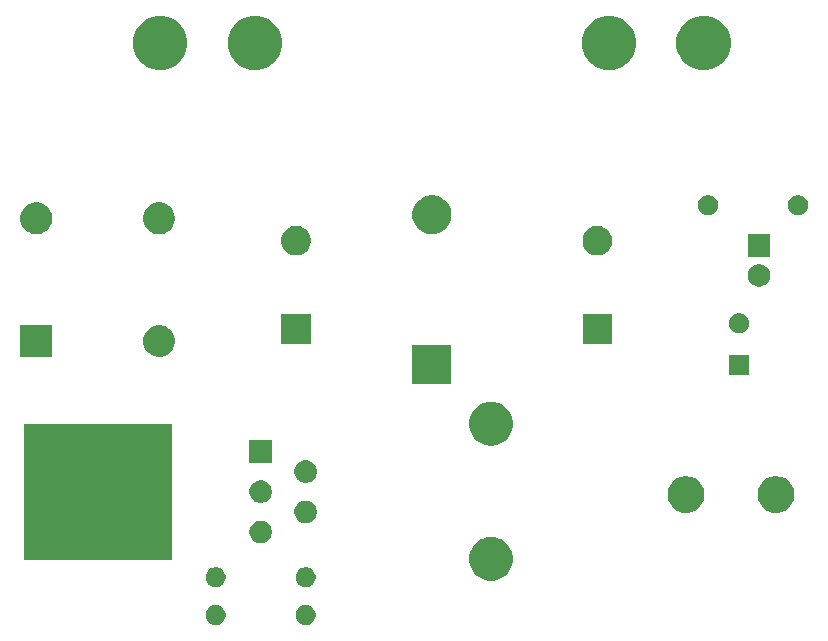
<source format=gbr>
G04 #@! TF.GenerationSoftware,KiCad,Pcbnew,(5.1.5)-3*
G04 #@! TF.CreationDate,2022-06-08T01:14:33+03:00*
G04 #@! TF.ProjectId,c64-wedge-psu-pcb,6336342d-7765-4646-9765-2d7073752d70,rev?*
G04 #@! TF.SameCoordinates,Original*
G04 #@! TF.FileFunction,Soldermask,Bot*
G04 #@! TF.FilePolarity,Negative*
%FSLAX46Y46*%
G04 Gerber Fmt 4.6, Leading zero omitted, Abs format (unit mm)*
G04 Created by KiCad (PCBNEW (5.1.5)-3) date 2022-06-08 01:14:33*
%MOMM*%
%LPD*%
G04 APERTURE LIST*
%ADD10C,0.100000*%
G04 APERTURE END LIST*
D10*
G36*
X116548228Y-110381703D02*
G01*
X116703100Y-110445853D01*
X116842481Y-110538985D01*
X116961015Y-110657519D01*
X117054147Y-110796900D01*
X117118297Y-110951772D01*
X117151000Y-111116184D01*
X117151000Y-111283816D01*
X117118297Y-111448228D01*
X117054147Y-111603100D01*
X116961015Y-111742481D01*
X116842481Y-111861015D01*
X116703100Y-111954147D01*
X116548228Y-112018297D01*
X116383816Y-112051000D01*
X116216184Y-112051000D01*
X116051772Y-112018297D01*
X115896900Y-111954147D01*
X115757519Y-111861015D01*
X115638985Y-111742481D01*
X115545853Y-111603100D01*
X115481703Y-111448228D01*
X115449000Y-111283816D01*
X115449000Y-111116184D01*
X115481703Y-110951772D01*
X115545853Y-110796900D01*
X115638985Y-110657519D01*
X115757519Y-110538985D01*
X115896900Y-110445853D01*
X116051772Y-110381703D01*
X116216184Y-110349000D01*
X116383816Y-110349000D01*
X116548228Y-110381703D01*
G37*
G36*
X108928228Y-110381703D02*
G01*
X109083100Y-110445853D01*
X109222481Y-110538985D01*
X109341015Y-110657519D01*
X109434147Y-110796900D01*
X109498297Y-110951772D01*
X109531000Y-111116184D01*
X109531000Y-111283816D01*
X109498297Y-111448228D01*
X109434147Y-111603100D01*
X109341015Y-111742481D01*
X109222481Y-111861015D01*
X109083100Y-111954147D01*
X108928228Y-112018297D01*
X108763816Y-112051000D01*
X108596184Y-112051000D01*
X108431772Y-112018297D01*
X108276900Y-111954147D01*
X108137519Y-111861015D01*
X108018985Y-111742481D01*
X107925853Y-111603100D01*
X107861703Y-111448228D01*
X107829000Y-111283816D01*
X107829000Y-111116184D01*
X107861703Y-110951772D01*
X107925853Y-110796900D01*
X108018985Y-110657519D01*
X108137519Y-110538985D01*
X108276900Y-110445853D01*
X108431772Y-110381703D01*
X108596184Y-110349000D01*
X108763816Y-110349000D01*
X108928228Y-110381703D01*
G37*
G36*
X116548228Y-107181703D02*
G01*
X116703100Y-107245853D01*
X116842481Y-107338985D01*
X116961015Y-107457519D01*
X117054147Y-107596900D01*
X117118297Y-107751772D01*
X117151000Y-107916184D01*
X117151000Y-108083816D01*
X117118297Y-108248228D01*
X117054147Y-108403100D01*
X116961015Y-108542481D01*
X116842481Y-108661015D01*
X116703100Y-108754147D01*
X116548228Y-108818297D01*
X116383816Y-108851000D01*
X116216184Y-108851000D01*
X116051772Y-108818297D01*
X115896900Y-108754147D01*
X115757519Y-108661015D01*
X115638985Y-108542481D01*
X115545853Y-108403100D01*
X115481703Y-108248228D01*
X115449000Y-108083816D01*
X115449000Y-107916184D01*
X115481703Y-107751772D01*
X115545853Y-107596900D01*
X115638985Y-107457519D01*
X115757519Y-107338985D01*
X115896900Y-107245853D01*
X116051772Y-107181703D01*
X116216184Y-107149000D01*
X116383816Y-107149000D01*
X116548228Y-107181703D01*
G37*
G36*
X108928228Y-107181703D02*
G01*
X109083100Y-107245853D01*
X109222481Y-107338985D01*
X109341015Y-107457519D01*
X109434147Y-107596900D01*
X109498297Y-107751772D01*
X109531000Y-107916184D01*
X109531000Y-108083816D01*
X109498297Y-108248228D01*
X109434147Y-108403100D01*
X109341015Y-108542481D01*
X109222481Y-108661015D01*
X109083100Y-108754147D01*
X108928228Y-108818297D01*
X108763816Y-108851000D01*
X108596184Y-108851000D01*
X108431772Y-108818297D01*
X108276900Y-108754147D01*
X108137519Y-108661015D01*
X108018985Y-108542481D01*
X107925853Y-108403100D01*
X107861703Y-108248228D01*
X107829000Y-108083816D01*
X107829000Y-107916184D01*
X107861703Y-107751772D01*
X107925853Y-107596900D01*
X108018985Y-107457519D01*
X108137519Y-107338985D01*
X108276900Y-107245853D01*
X108431772Y-107181703D01*
X108596184Y-107149000D01*
X108763816Y-107149000D01*
X108928228Y-107181703D01*
G37*
G36*
X132361113Y-104624567D02*
G01*
X132539917Y-104660133D01*
X132679448Y-104717929D01*
X132876776Y-104799664D01*
X133179943Y-105002234D01*
X133437766Y-105260057D01*
X133640336Y-105563224D01*
X133779867Y-105900084D01*
X133851000Y-106257691D01*
X133851000Y-106622309D01*
X133779867Y-106979916D01*
X133640336Y-107316776D01*
X133437766Y-107619943D01*
X133179943Y-107877766D01*
X132876776Y-108080336D01*
X132679448Y-108162071D01*
X132539917Y-108219867D01*
X132397337Y-108248228D01*
X132182309Y-108291000D01*
X131817691Y-108291000D01*
X131602663Y-108248228D01*
X131460083Y-108219867D01*
X131320552Y-108162071D01*
X131123224Y-108080336D01*
X130820057Y-107877766D01*
X130562234Y-107619943D01*
X130359664Y-107316776D01*
X130220133Y-106979916D01*
X130149000Y-106622309D01*
X130149000Y-106257691D01*
X130220133Y-105900084D01*
X130359664Y-105563224D01*
X130562234Y-105260057D01*
X130820057Y-105002234D01*
X131123224Y-104799664D01*
X131320552Y-104717929D01*
X131460083Y-104660133D01*
X131638888Y-104624566D01*
X131817691Y-104589000D01*
X132182309Y-104589000D01*
X132361113Y-104624567D01*
G37*
G36*
X105000000Y-106500000D02*
G01*
X92500000Y-106500000D01*
X92500000Y-95000000D01*
X105000000Y-95000000D01*
X105000000Y-106500000D01*
G37*
G36*
X112777395Y-103235546D02*
G01*
X112950466Y-103307234D01*
X112950467Y-103307235D01*
X113106227Y-103411310D01*
X113238690Y-103543773D01*
X113238691Y-103543775D01*
X113342766Y-103699534D01*
X113414454Y-103872605D01*
X113451000Y-104056333D01*
X113451000Y-104243667D01*
X113414454Y-104427395D01*
X113342766Y-104600466D01*
X113342765Y-104600467D01*
X113238690Y-104756227D01*
X113106227Y-104888690D01*
X113027818Y-104941081D01*
X112950466Y-104992766D01*
X112777395Y-105064454D01*
X112593667Y-105101000D01*
X112406333Y-105101000D01*
X112222605Y-105064454D01*
X112049534Y-104992766D01*
X111972182Y-104941081D01*
X111893773Y-104888690D01*
X111761310Y-104756227D01*
X111657235Y-104600467D01*
X111657234Y-104600466D01*
X111585546Y-104427395D01*
X111549000Y-104243667D01*
X111549000Y-104056333D01*
X111585546Y-103872605D01*
X111657234Y-103699534D01*
X111761309Y-103543775D01*
X111761310Y-103543773D01*
X111893773Y-103411310D01*
X112049533Y-103307235D01*
X112049534Y-103307234D01*
X112222605Y-103235546D01*
X112406333Y-103199000D01*
X112593667Y-103199000D01*
X112777395Y-103235546D01*
G37*
G36*
X116577395Y-101535546D02*
G01*
X116750466Y-101607234D01*
X116750467Y-101607235D01*
X116906227Y-101711310D01*
X117038690Y-101843773D01*
X117038691Y-101843775D01*
X117142766Y-101999534D01*
X117214454Y-102172605D01*
X117251000Y-102356333D01*
X117251000Y-102543667D01*
X117214454Y-102727395D01*
X117142766Y-102900466D01*
X117142765Y-102900467D01*
X117038690Y-103056227D01*
X116906227Y-103188690D01*
X116890797Y-103199000D01*
X116750466Y-103292766D01*
X116577395Y-103364454D01*
X116393667Y-103401000D01*
X116206333Y-103401000D01*
X116022605Y-103364454D01*
X115849534Y-103292766D01*
X115709203Y-103199000D01*
X115693773Y-103188690D01*
X115561310Y-103056227D01*
X115457235Y-102900467D01*
X115457234Y-102900466D01*
X115385546Y-102727395D01*
X115349000Y-102543667D01*
X115349000Y-102356333D01*
X115385546Y-102172605D01*
X115457234Y-101999534D01*
X115561309Y-101843775D01*
X115561310Y-101843773D01*
X115693773Y-101711310D01*
X115849533Y-101607235D01*
X115849534Y-101607234D01*
X116022605Y-101535546D01*
X116206333Y-101499000D01*
X116393667Y-101499000D01*
X116577395Y-101535546D01*
G37*
G36*
X156422585Y-99478802D02*
G01*
X156572410Y-99508604D01*
X156854674Y-99625521D01*
X157108705Y-99795259D01*
X157324741Y-100011295D01*
X157494479Y-100265326D01*
X157611396Y-100547590D01*
X157671000Y-100847240D01*
X157671000Y-101152760D01*
X157611396Y-101452410D01*
X157494479Y-101734674D01*
X157324741Y-101988705D01*
X157108705Y-102204741D01*
X156854674Y-102374479D01*
X156572410Y-102491396D01*
X156422585Y-102521198D01*
X156272761Y-102551000D01*
X155967239Y-102551000D01*
X155817415Y-102521198D01*
X155667590Y-102491396D01*
X155385326Y-102374479D01*
X155131295Y-102204741D01*
X154915259Y-101988705D01*
X154745521Y-101734674D01*
X154628604Y-101452410D01*
X154569000Y-101152760D01*
X154569000Y-100847240D01*
X154628604Y-100547590D01*
X154745521Y-100265326D01*
X154915259Y-100011295D01*
X155131295Y-99795259D01*
X155385326Y-99625521D01*
X155667590Y-99508604D01*
X155817415Y-99478802D01*
X155967239Y-99449000D01*
X156272761Y-99449000D01*
X156422585Y-99478802D01*
G37*
G36*
X148802585Y-99478802D02*
G01*
X148952410Y-99508604D01*
X149234674Y-99625521D01*
X149488705Y-99795259D01*
X149704741Y-100011295D01*
X149874479Y-100265326D01*
X149991396Y-100547590D01*
X150051000Y-100847240D01*
X150051000Y-101152760D01*
X149991396Y-101452410D01*
X149874479Y-101734674D01*
X149704741Y-101988705D01*
X149488705Y-102204741D01*
X149234674Y-102374479D01*
X148952410Y-102491396D01*
X148802585Y-102521198D01*
X148652761Y-102551000D01*
X148347239Y-102551000D01*
X148197415Y-102521198D01*
X148047590Y-102491396D01*
X147765326Y-102374479D01*
X147511295Y-102204741D01*
X147295259Y-101988705D01*
X147125521Y-101734674D01*
X147008604Y-101452410D01*
X146949000Y-101152760D01*
X146949000Y-100847240D01*
X147008604Y-100547590D01*
X147125521Y-100265326D01*
X147295259Y-100011295D01*
X147511295Y-99795259D01*
X147765326Y-99625521D01*
X148047590Y-99508604D01*
X148197415Y-99478802D01*
X148347239Y-99449000D01*
X148652761Y-99449000D01*
X148802585Y-99478802D01*
G37*
G36*
X112777395Y-99835546D02*
G01*
X112950466Y-99907234D01*
X112950467Y-99907235D01*
X113106227Y-100011310D01*
X113238690Y-100143773D01*
X113238691Y-100143775D01*
X113342766Y-100299534D01*
X113414454Y-100472605D01*
X113451000Y-100656333D01*
X113451000Y-100843667D01*
X113414454Y-101027395D01*
X113342766Y-101200466D01*
X113342765Y-101200467D01*
X113238690Y-101356227D01*
X113106227Y-101488690D01*
X113090797Y-101499000D01*
X112950466Y-101592766D01*
X112777395Y-101664454D01*
X112593667Y-101701000D01*
X112406333Y-101701000D01*
X112222605Y-101664454D01*
X112049534Y-101592766D01*
X111909203Y-101499000D01*
X111893773Y-101488690D01*
X111761310Y-101356227D01*
X111657235Y-101200467D01*
X111657234Y-101200466D01*
X111585546Y-101027395D01*
X111549000Y-100843667D01*
X111549000Y-100656333D01*
X111585546Y-100472605D01*
X111657234Y-100299534D01*
X111761309Y-100143775D01*
X111761310Y-100143773D01*
X111893773Y-100011310D01*
X112049533Y-99907235D01*
X112049534Y-99907234D01*
X112222605Y-99835546D01*
X112406333Y-99799000D01*
X112593667Y-99799000D01*
X112777395Y-99835546D01*
G37*
G36*
X116577395Y-98135546D02*
G01*
X116750466Y-98207234D01*
X116750467Y-98207235D01*
X116906227Y-98311310D01*
X117038690Y-98443773D01*
X117038691Y-98443775D01*
X117142766Y-98599534D01*
X117214454Y-98772605D01*
X117251000Y-98956333D01*
X117251000Y-99143667D01*
X117214454Y-99327395D01*
X117142766Y-99500466D01*
X117142765Y-99500467D01*
X117038690Y-99656227D01*
X116906227Y-99788690D01*
X116896394Y-99795260D01*
X116750466Y-99892766D01*
X116577395Y-99964454D01*
X116393667Y-100001000D01*
X116206333Y-100001000D01*
X116022605Y-99964454D01*
X115849534Y-99892766D01*
X115703606Y-99795260D01*
X115693773Y-99788690D01*
X115561310Y-99656227D01*
X115457235Y-99500467D01*
X115457234Y-99500466D01*
X115385546Y-99327395D01*
X115349000Y-99143667D01*
X115349000Y-98956333D01*
X115385546Y-98772605D01*
X115457234Y-98599534D01*
X115561309Y-98443775D01*
X115561310Y-98443773D01*
X115693773Y-98311310D01*
X115849533Y-98207235D01*
X115849534Y-98207234D01*
X116022605Y-98135546D01*
X116206333Y-98099000D01*
X116393667Y-98099000D01*
X116577395Y-98135546D01*
G37*
G36*
X113451000Y-98301000D02*
G01*
X111549000Y-98301000D01*
X111549000Y-96399000D01*
X113451000Y-96399000D01*
X113451000Y-98301000D01*
G37*
G36*
X132361112Y-93184566D02*
G01*
X132539917Y-93220133D01*
X132679448Y-93277929D01*
X132876776Y-93359664D01*
X133179943Y-93562234D01*
X133437766Y-93820057D01*
X133640336Y-94123224D01*
X133779867Y-94460084D01*
X133851000Y-94817691D01*
X133851000Y-95182309D01*
X133779867Y-95539916D01*
X133640336Y-95876776D01*
X133437766Y-96179943D01*
X133179943Y-96437766D01*
X132876776Y-96640336D01*
X132679448Y-96722071D01*
X132539917Y-96779867D01*
X132361112Y-96815434D01*
X132182309Y-96851000D01*
X131817691Y-96851000D01*
X131638888Y-96815434D01*
X131460083Y-96779867D01*
X131320552Y-96722071D01*
X131123224Y-96640336D01*
X130820057Y-96437766D01*
X130562234Y-96179943D01*
X130359664Y-95876776D01*
X130220133Y-95539916D01*
X130149000Y-95182309D01*
X130149000Y-94817691D01*
X130220133Y-94460084D01*
X130359664Y-94123224D01*
X130562234Y-93820057D01*
X130820057Y-93562234D01*
X131123224Y-93359664D01*
X131320552Y-93277929D01*
X131460083Y-93220133D01*
X131638887Y-93184567D01*
X131817691Y-93149000D01*
X132182309Y-93149000D01*
X132361112Y-93184566D01*
G37*
G36*
X128651000Y-91651000D02*
G01*
X125349000Y-91651000D01*
X125349000Y-88349000D01*
X128651000Y-88349000D01*
X128651000Y-91651000D01*
G37*
G36*
X153851000Y-90851000D02*
G01*
X152149000Y-90851000D01*
X152149000Y-89149000D01*
X153851000Y-89149000D01*
X153851000Y-90851000D01*
G37*
G36*
X94851000Y-89351000D02*
G01*
X92149000Y-89351000D01*
X92149000Y-86649000D01*
X94851000Y-86649000D01*
X94851000Y-89351000D01*
G37*
G36*
X104294072Y-86700918D02*
G01*
X104408292Y-86748229D01*
X104539939Y-86802759D01*
X104761212Y-86950610D01*
X104949390Y-87138788D01*
X105097241Y-87360061D01*
X105199082Y-87605928D01*
X105251000Y-87866938D01*
X105251000Y-88133062D01*
X105199082Y-88394072D01*
X105097241Y-88639939D01*
X104949390Y-88861212D01*
X104761212Y-89049390D01*
X104539939Y-89197241D01*
X104539938Y-89197242D01*
X104539937Y-89197242D01*
X104294072Y-89299082D01*
X104033063Y-89351000D01*
X103766937Y-89351000D01*
X103505928Y-89299082D01*
X103260063Y-89197242D01*
X103260062Y-89197242D01*
X103260061Y-89197241D01*
X103038788Y-89049390D01*
X102850610Y-88861212D01*
X102702759Y-88639939D01*
X102600918Y-88394072D01*
X102549000Y-88133062D01*
X102549000Y-87866938D01*
X102600918Y-87605928D01*
X102702759Y-87360061D01*
X102850610Y-87138788D01*
X103038788Y-86950610D01*
X103260061Y-86802759D01*
X103391709Y-86748229D01*
X103505928Y-86700918D01*
X103766937Y-86649000D01*
X104033063Y-86649000D01*
X104294072Y-86700918D01*
G37*
G36*
X142251000Y-88251000D02*
G01*
X139749000Y-88251000D01*
X139749000Y-85749000D01*
X142251000Y-85749000D01*
X142251000Y-88251000D01*
G37*
G36*
X116751000Y-88251000D02*
G01*
X114249000Y-88251000D01*
X114249000Y-85749000D01*
X116751000Y-85749000D01*
X116751000Y-88251000D01*
G37*
G36*
X153248228Y-85681703D02*
G01*
X153403100Y-85745853D01*
X153542481Y-85838985D01*
X153661015Y-85957519D01*
X153754147Y-86096900D01*
X153818297Y-86251772D01*
X153851000Y-86416184D01*
X153851000Y-86583816D01*
X153818297Y-86748228D01*
X153754147Y-86903100D01*
X153661015Y-87042481D01*
X153542481Y-87161015D01*
X153403100Y-87254147D01*
X153248228Y-87318297D01*
X153083816Y-87351000D01*
X152916184Y-87351000D01*
X152751772Y-87318297D01*
X152596900Y-87254147D01*
X152457519Y-87161015D01*
X152338985Y-87042481D01*
X152245853Y-86903100D01*
X152181703Y-86748228D01*
X152149000Y-86583816D01*
X152149000Y-86416184D01*
X152181703Y-86251772D01*
X152245853Y-86096900D01*
X152338985Y-85957519D01*
X152457519Y-85838985D01*
X152596900Y-85745853D01*
X152751772Y-85681703D01*
X152916184Y-85649000D01*
X153083816Y-85649000D01*
X153248228Y-85681703D01*
G37*
G36*
X154977395Y-81525546D02*
G01*
X155150466Y-81597234D01*
X155150467Y-81597235D01*
X155306227Y-81701310D01*
X155438690Y-81833773D01*
X155438691Y-81833775D01*
X155542766Y-81989534D01*
X155614454Y-82162605D01*
X155651000Y-82346333D01*
X155651000Y-82533667D01*
X155614454Y-82717395D01*
X155542766Y-82890466D01*
X155542765Y-82890467D01*
X155438690Y-83046227D01*
X155306227Y-83178690D01*
X155227818Y-83231081D01*
X155150466Y-83282766D01*
X154977395Y-83354454D01*
X154793667Y-83391000D01*
X154606333Y-83391000D01*
X154422605Y-83354454D01*
X154249534Y-83282766D01*
X154172182Y-83231081D01*
X154093773Y-83178690D01*
X153961310Y-83046227D01*
X153857235Y-82890467D01*
X153857234Y-82890466D01*
X153785546Y-82717395D01*
X153749000Y-82533667D01*
X153749000Y-82346333D01*
X153785546Y-82162605D01*
X153857234Y-81989534D01*
X153961309Y-81833775D01*
X153961310Y-81833773D01*
X154093773Y-81701310D01*
X154249533Y-81597235D01*
X154249534Y-81597234D01*
X154422605Y-81525546D01*
X154606333Y-81489000D01*
X154793667Y-81489000D01*
X154977395Y-81525546D01*
G37*
G36*
X155651000Y-80851000D02*
G01*
X153749000Y-80851000D01*
X153749000Y-78949000D01*
X155651000Y-78949000D01*
X155651000Y-80851000D01*
G37*
G36*
X141364903Y-78297075D02*
G01*
X141592571Y-78391378D01*
X141797466Y-78528285D01*
X141971715Y-78702534D01*
X142108622Y-78907429D01*
X142202925Y-79135097D01*
X142251000Y-79376787D01*
X142251000Y-79623213D01*
X142202925Y-79864903D01*
X142108622Y-80092571D01*
X141971715Y-80297466D01*
X141797466Y-80471715D01*
X141592571Y-80608622D01*
X141592570Y-80608623D01*
X141592569Y-80608623D01*
X141364903Y-80702925D01*
X141123214Y-80751000D01*
X140876786Y-80751000D01*
X140635097Y-80702925D01*
X140407431Y-80608623D01*
X140407430Y-80608623D01*
X140407429Y-80608622D01*
X140202534Y-80471715D01*
X140028285Y-80297466D01*
X139891378Y-80092571D01*
X139797075Y-79864903D01*
X139749000Y-79623213D01*
X139749000Y-79376787D01*
X139797075Y-79135097D01*
X139891378Y-78907429D01*
X140028285Y-78702534D01*
X140202534Y-78528285D01*
X140407429Y-78391378D01*
X140635097Y-78297075D01*
X140876786Y-78249000D01*
X141123214Y-78249000D01*
X141364903Y-78297075D01*
G37*
G36*
X115864903Y-78297075D02*
G01*
X116092571Y-78391378D01*
X116297466Y-78528285D01*
X116471715Y-78702534D01*
X116608622Y-78907429D01*
X116702925Y-79135097D01*
X116751000Y-79376787D01*
X116751000Y-79623213D01*
X116702925Y-79864903D01*
X116608622Y-80092571D01*
X116471715Y-80297466D01*
X116297466Y-80471715D01*
X116092571Y-80608622D01*
X116092570Y-80608623D01*
X116092569Y-80608623D01*
X115864903Y-80702925D01*
X115623214Y-80751000D01*
X115376786Y-80751000D01*
X115135097Y-80702925D01*
X114907431Y-80608623D01*
X114907430Y-80608623D01*
X114907429Y-80608622D01*
X114702534Y-80471715D01*
X114528285Y-80297466D01*
X114391378Y-80092571D01*
X114297075Y-79864903D01*
X114249000Y-79623213D01*
X114249000Y-79376787D01*
X114297075Y-79135097D01*
X114391378Y-78907429D01*
X114528285Y-78702534D01*
X114702534Y-78528285D01*
X114907429Y-78391378D01*
X115135097Y-78297075D01*
X115376786Y-78249000D01*
X115623214Y-78249000D01*
X115864903Y-78297075D01*
G37*
G36*
X127375256Y-75691298D02*
G01*
X127481579Y-75712447D01*
X127782042Y-75836903D01*
X128052451Y-76017585D01*
X128282415Y-76247549D01*
X128463097Y-76517958D01*
X128587553Y-76818421D01*
X128651000Y-77137391D01*
X128651000Y-77462609D01*
X128587553Y-77781579D01*
X128463097Y-78082042D01*
X128282415Y-78352451D01*
X128052451Y-78582415D01*
X127782042Y-78763097D01*
X127481579Y-78887553D01*
X127381655Y-78907429D01*
X127162611Y-78951000D01*
X126837389Y-78951000D01*
X126618345Y-78907429D01*
X126518421Y-78887553D01*
X126217958Y-78763097D01*
X125947549Y-78582415D01*
X125717585Y-78352451D01*
X125536903Y-78082042D01*
X125412447Y-77781579D01*
X125349000Y-77462609D01*
X125349000Y-77137391D01*
X125412447Y-76818421D01*
X125536903Y-76517958D01*
X125717585Y-76247549D01*
X125947549Y-76017585D01*
X126217958Y-75836903D01*
X126518421Y-75712447D01*
X126624744Y-75691298D01*
X126837389Y-75649000D01*
X127162611Y-75649000D01*
X127375256Y-75691298D01*
G37*
G36*
X104294072Y-76300918D02*
G01*
X104539939Y-76402759D01*
X104560032Y-76416185D01*
X104761211Y-76550609D01*
X104949391Y-76738789D01*
X105002600Y-76818422D01*
X105059181Y-76903100D01*
X105097242Y-76960063D01*
X105199082Y-77205928D01*
X105251000Y-77466937D01*
X105251000Y-77733063D01*
X105199082Y-77994072D01*
X105097241Y-78239939D01*
X104949390Y-78461212D01*
X104761212Y-78649390D01*
X104539939Y-78797241D01*
X104539938Y-78797242D01*
X104539937Y-78797242D01*
X104294072Y-78899082D01*
X104033063Y-78951000D01*
X103766937Y-78951000D01*
X103505928Y-78899082D01*
X103260063Y-78797242D01*
X103260062Y-78797242D01*
X103260061Y-78797241D01*
X103038788Y-78649390D01*
X102850610Y-78461212D01*
X102702759Y-78239939D01*
X102600918Y-77994072D01*
X102549000Y-77733063D01*
X102549000Y-77466937D01*
X102600918Y-77205928D01*
X102702758Y-76960063D01*
X102740820Y-76903100D01*
X102797400Y-76818422D01*
X102850609Y-76738789D01*
X103038789Y-76550609D01*
X103239968Y-76416185D01*
X103260061Y-76402759D01*
X103505928Y-76300918D01*
X103766937Y-76249000D01*
X104033063Y-76249000D01*
X104294072Y-76300918D01*
G37*
G36*
X93894072Y-76300918D02*
G01*
X94139939Y-76402759D01*
X94160032Y-76416185D01*
X94361211Y-76550609D01*
X94549391Y-76738789D01*
X94602600Y-76818422D01*
X94659181Y-76903100D01*
X94697242Y-76960063D01*
X94799082Y-77205928D01*
X94851000Y-77466937D01*
X94851000Y-77733063D01*
X94799082Y-77994072D01*
X94697241Y-78239939D01*
X94549390Y-78461212D01*
X94361212Y-78649390D01*
X94139939Y-78797241D01*
X94139938Y-78797242D01*
X94139937Y-78797242D01*
X93894072Y-78899082D01*
X93633063Y-78951000D01*
X93366937Y-78951000D01*
X93105928Y-78899082D01*
X92860063Y-78797242D01*
X92860062Y-78797242D01*
X92860061Y-78797241D01*
X92638788Y-78649390D01*
X92450610Y-78461212D01*
X92302759Y-78239939D01*
X92200918Y-77994072D01*
X92149000Y-77733063D01*
X92149000Y-77466937D01*
X92200918Y-77205928D01*
X92302758Y-76960063D01*
X92340820Y-76903100D01*
X92397400Y-76818422D01*
X92450609Y-76738789D01*
X92638789Y-76550609D01*
X92839968Y-76416185D01*
X92860061Y-76402759D01*
X93105928Y-76300918D01*
X93366937Y-76249000D01*
X93633063Y-76249000D01*
X93894072Y-76300918D01*
G37*
G36*
X158248228Y-75681703D02*
G01*
X158403100Y-75745853D01*
X158542481Y-75838985D01*
X158661015Y-75957519D01*
X158754147Y-76096900D01*
X158818297Y-76251772D01*
X158851000Y-76416184D01*
X158851000Y-76583816D01*
X158818297Y-76748228D01*
X158754147Y-76903100D01*
X158661015Y-77042481D01*
X158542481Y-77161015D01*
X158403100Y-77254147D01*
X158248228Y-77318297D01*
X158083816Y-77351000D01*
X157916184Y-77351000D01*
X157751772Y-77318297D01*
X157596900Y-77254147D01*
X157457519Y-77161015D01*
X157338985Y-77042481D01*
X157245853Y-76903100D01*
X157181703Y-76748228D01*
X157149000Y-76583816D01*
X157149000Y-76416184D01*
X157181703Y-76251772D01*
X157245853Y-76096900D01*
X157338985Y-75957519D01*
X157457519Y-75838985D01*
X157596900Y-75745853D01*
X157751772Y-75681703D01*
X157916184Y-75649000D01*
X158083816Y-75649000D01*
X158248228Y-75681703D01*
G37*
G36*
X150628228Y-75681703D02*
G01*
X150783100Y-75745853D01*
X150922481Y-75838985D01*
X151041015Y-75957519D01*
X151134147Y-76096900D01*
X151198297Y-76251772D01*
X151231000Y-76416184D01*
X151231000Y-76583816D01*
X151198297Y-76748228D01*
X151134147Y-76903100D01*
X151041015Y-77042481D01*
X150922481Y-77161015D01*
X150783100Y-77254147D01*
X150628228Y-77318297D01*
X150463816Y-77351000D01*
X150296184Y-77351000D01*
X150131772Y-77318297D01*
X149976900Y-77254147D01*
X149837519Y-77161015D01*
X149718985Y-77042481D01*
X149625853Y-76903100D01*
X149561703Y-76748228D01*
X149529000Y-76583816D01*
X149529000Y-76416184D01*
X149561703Y-76251772D01*
X149625853Y-76096900D01*
X149718985Y-75957519D01*
X149837519Y-75838985D01*
X149976900Y-75745853D01*
X150131772Y-75681703D01*
X150296184Y-75649000D01*
X150463816Y-75649000D01*
X150628228Y-75681703D01*
G37*
G36*
X142671304Y-60537002D02*
G01*
X143090139Y-60710489D01*
X143090141Y-60710490D01*
X143279891Y-60837277D01*
X143467082Y-60962354D01*
X143787646Y-61282918D01*
X144039511Y-61659861D01*
X144212998Y-62078696D01*
X144301440Y-62523327D01*
X144301440Y-62976673D01*
X144212998Y-63421304D01*
X144039511Y-63840139D01*
X144039510Y-63840141D01*
X143787645Y-64217083D01*
X143467083Y-64537645D01*
X143090141Y-64789510D01*
X143090140Y-64789511D01*
X143090139Y-64789511D01*
X142671304Y-64962998D01*
X142226673Y-65051440D01*
X141773327Y-65051440D01*
X141328696Y-64962998D01*
X140909861Y-64789511D01*
X140909860Y-64789511D01*
X140909859Y-64789510D01*
X140532917Y-64537645D01*
X140212355Y-64217083D01*
X139960490Y-63840141D01*
X139960489Y-63840139D01*
X139787002Y-63421304D01*
X139698560Y-62976673D01*
X139698560Y-62523327D01*
X139787002Y-62078696D01*
X139960489Y-61659861D01*
X140212354Y-61282918D01*
X140532918Y-60962354D01*
X140720109Y-60837277D01*
X140909859Y-60710490D01*
X140909861Y-60710489D01*
X141328696Y-60537002D01*
X141773327Y-60448560D01*
X142226673Y-60448560D01*
X142671304Y-60537002D01*
G37*
G36*
X112671304Y-60537002D02*
G01*
X113090139Y-60710489D01*
X113090141Y-60710490D01*
X113279891Y-60837277D01*
X113467082Y-60962354D01*
X113787646Y-61282918D01*
X114039511Y-61659861D01*
X114212998Y-62078696D01*
X114301440Y-62523327D01*
X114301440Y-62976673D01*
X114212998Y-63421304D01*
X114039511Y-63840139D01*
X114039510Y-63840141D01*
X113787645Y-64217083D01*
X113467083Y-64537645D01*
X113090141Y-64789510D01*
X113090140Y-64789511D01*
X113090139Y-64789511D01*
X112671304Y-64962998D01*
X112226673Y-65051440D01*
X111773327Y-65051440D01*
X111328696Y-64962998D01*
X110909861Y-64789511D01*
X110909860Y-64789511D01*
X110909859Y-64789510D01*
X110532917Y-64537645D01*
X110212355Y-64217083D01*
X109960490Y-63840141D01*
X109960489Y-63840139D01*
X109787002Y-63421304D01*
X109698560Y-62976673D01*
X109698560Y-62523327D01*
X109787002Y-62078696D01*
X109960489Y-61659861D01*
X110212354Y-61282918D01*
X110532918Y-60962354D01*
X110720109Y-60837277D01*
X110909859Y-60710490D01*
X110909861Y-60710489D01*
X111328696Y-60537002D01*
X111773327Y-60448560D01*
X112226673Y-60448560D01*
X112671304Y-60537002D01*
G37*
G36*
X150671304Y-60537002D02*
G01*
X151090139Y-60710489D01*
X151090141Y-60710490D01*
X151279891Y-60837277D01*
X151467082Y-60962354D01*
X151787646Y-61282918D01*
X152039511Y-61659861D01*
X152212998Y-62078696D01*
X152301440Y-62523327D01*
X152301440Y-62976673D01*
X152212998Y-63421304D01*
X152039511Y-63840139D01*
X152039510Y-63840141D01*
X151787645Y-64217083D01*
X151467083Y-64537645D01*
X151090141Y-64789510D01*
X151090140Y-64789511D01*
X151090139Y-64789511D01*
X150671304Y-64962998D01*
X150226673Y-65051440D01*
X149773327Y-65051440D01*
X149328696Y-64962998D01*
X148909861Y-64789511D01*
X148909860Y-64789511D01*
X148909859Y-64789510D01*
X148532917Y-64537645D01*
X148212355Y-64217083D01*
X147960490Y-63840141D01*
X147960489Y-63840139D01*
X147787002Y-63421304D01*
X147698560Y-62976673D01*
X147698560Y-62523327D01*
X147787002Y-62078696D01*
X147960489Y-61659861D01*
X148212354Y-61282918D01*
X148532918Y-60962354D01*
X148720109Y-60837277D01*
X148909859Y-60710490D01*
X148909861Y-60710489D01*
X149328696Y-60537002D01*
X149773327Y-60448560D01*
X150226673Y-60448560D01*
X150671304Y-60537002D01*
G37*
G36*
X104671304Y-60537002D02*
G01*
X105090139Y-60710489D01*
X105090141Y-60710490D01*
X105279891Y-60837277D01*
X105467082Y-60962354D01*
X105787646Y-61282918D01*
X106039511Y-61659861D01*
X106212998Y-62078696D01*
X106301440Y-62523327D01*
X106301440Y-62976673D01*
X106212998Y-63421304D01*
X106039511Y-63840139D01*
X106039510Y-63840141D01*
X105787645Y-64217083D01*
X105467083Y-64537645D01*
X105090141Y-64789510D01*
X105090140Y-64789511D01*
X105090139Y-64789511D01*
X104671304Y-64962998D01*
X104226673Y-65051440D01*
X103773327Y-65051440D01*
X103328696Y-64962998D01*
X102909861Y-64789511D01*
X102909860Y-64789511D01*
X102909859Y-64789510D01*
X102532917Y-64537645D01*
X102212355Y-64217083D01*
X101960490Y-63840141D01*
X101960489Y-63840139D01*
X101787002Y-63421304D01*
X101698560Y-62976673D01*
X101698560Y-62523327D01*
X101787002Y-62078696D01*
X101960489Y-61659861D01*
X102212354Y-61282918D01*
X102532918Y-60962354D01*
X102720109Y-60837277D01*
X102909859Y-60710490D01*
X102909861Y-60710489D01*
X103328696Y-60537002D01*
X103773327Y-60448560D01*
X104226673Y-60448560D01*
X104671304Y-60537002D01*
G37*
M02*

</source>
